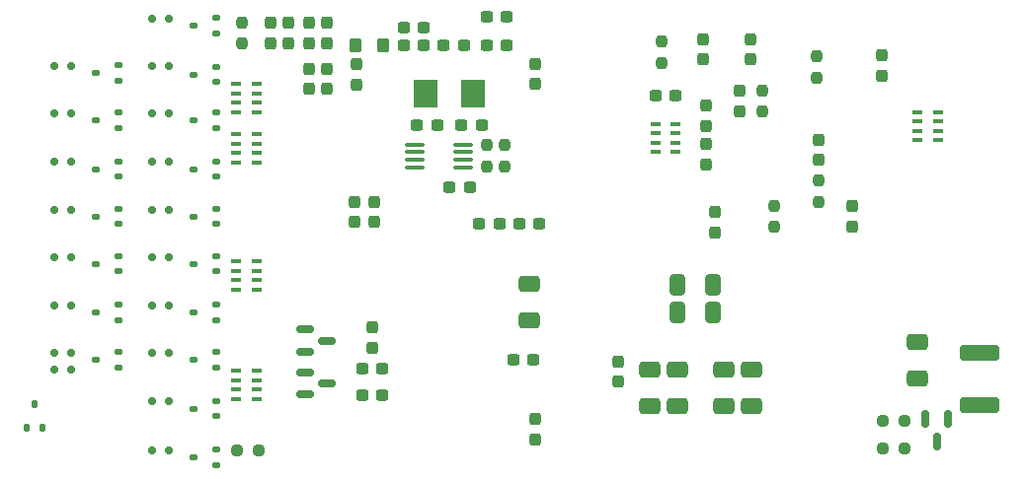
<source format=gbr>
G04 #@! TF.GenerationSoftware,KiCad,Pcbnew,8.0.1*
G04 #@! TF.CreationDate,2024-04-14T22:29:54+02:00*
G04 #@! TF.ProjectId,ETH16CDAQ1,45544831-3643-4444-9151-312e6b696361,rev?*
G04 #@! TF.SameCoordinates,Original*
G04 #@! TF.FileFunction,Paste,Bot*
G04 #@! TF.FilePolarity,Positive*
%FSLAX46Y46*%
G04 Gerber Fmt 4.6, Leading zero omitted, Abs format (unit mm)*
G04 Created by KiCad (PCBNEW 8.0.1) date 2024-04-14 22:29:54*
%MOMM*%
%LPD*%
G01*
G04 APERTURE LIST*
G04 Aperture macros list*
%AMRoundRect*
0 Rectangle with rounded corners*
0 $1 Rounding radius*
0 $2 $3 $4 $5 $6 $7 $8 $9 X,Y pos of 4 corners*
0 Add a 4 corners polygon primitive as box body*
4,1,4,$2,$3,$4,$5,$6,$7,$8,$9,$2,$3,0*
0 Add four circle primitives for the rounded corners*
1,1,$1+$1,$2,$3*
1,1,$1+$1,$4,$5*
1,1,$1+$1,$6,$7*
1,1,$1+$1,$8,$9*
0 Add four rect primitives between the rounded corners*
20,1,$1+$1,$2,$3,$4,$5,0*
20,1,$1+$1,$4,$5,$6,$7,0*
20,1,$1+$1,$6,$7,$8,$9,0*
20,1,$1+$1,$8,$9,$2,$3,0*%
G04 Aperture macros list end*
%ADD10RoundRect,0.237500X-0.300000X-0.237500X0.300000X-0.237500X0.300000X0.237500X-0.300000X0.237500X0*%
%ADD11RoundRect,0.237500X0.237500X-0.300000X0.237500X0.300000X-0.237500X0.300000X-0.237500X-0.300000X0*%
%ADD12RoundRect,0.112500X-0.237500X0.112500X-0.237500X-0.112500X0.237500X-0.112500X0.237500X0.112500X0*%
%ADD13RoundRect,0.250000X-0.650000X0.412500X-0.650000X-0.412500X0.650000X-0.412500X0.650000X0.412500X0*%
%ADD14RoundRect,0.150000X0.150000X0.200000X-0.150000X0.200000X-0.150000X-0.200000X0.150000X-0.200000X0*%
%ADD15RoundRect,0.237500X-0.237500X0.250000X-0.237500X-0.250000X0.237500X-0.250000X0.237500X0.250000X0*%
%ADD16RoundRect,0.237500X0.300000X0.237500X-0.300000X0.237500X-0.300000X-0.237500X0.300000X-0.237500X0*%
%ADD17RoundRect,0.237500X-0.237500X0.300000X-0.237500X-0.300000X0.237500X-0.300000X0.237500X0.300000X0*%
%ADD18RoundRect,0.150000X-0.587500X-0.150000X0.587500X-0.150000X0.587500X0.150000X-0.587500X0.150000X0*%
%ADD19R,2.000000X2.400000*%
%ADD20R,0.900000X0.400000*%
%ADD21RoundRect,0.237500X0.237500X-0.250000X0.237500X0.250000X-0.237500X0.250000X-0.237500X-0.250000X0*%
%ADD22RoundRect,0.150000X-0.150000X0.587500X-0.150000X-0.587500X0.150000X-0.587500X0.150000X0.587500X0*%
%ADD23RoundRect,0.250000X0.650000X-0.412500X0.650000X0.412500X-0.650000X0.412500X-0.650000X-0.412500X0*%
%ADD24RoundRect,0.237500X0.250000X0.237500X-0.250000X0.237500X-0.250000X-0.237500X0.250000X-0.237500X0*%
%ADD25RoundRect,0.100000X-0.712500X-0.100000X0.712500X-0.100000X0.712500X0.100000X-0.712500X0.100000X0*%
%ADD26RoundRect,0.250000X0.275000X0.350000X-0.275000X0.350000X-0.275000X-0.350000X0.275000X-0.350000X0*%
%ADD27RoundRect,0.250000X-0.412500X-0.650000X0.412500X-0.650000X0.412500X0.650000X-0.412500X0.650000X0*%
%ADD28RoundRect,0.250000X-1.450000X0.400000X-1.450000X-0.400000X1.450000X-0.400000X1.450000X0.400000X0*%
%ADD29RoundRect,0.112500X0.112500X0.237500X-0.112500X0.237500X-0.112500X-0.237500X0.112500X-0.237500X0*%
G04 APERTURE END LIST*
D10*
G04 #@! TO.C,C209*
X148362500Y-83312000D03*
X150087500Y-83312000D03*
G04 #@! TD*
D11*
G04 #@! TO.C,C207*
X131318000Y-85571500D03*
X131318000Y-83846500D03*
G04 #@! TD*
D12*
G04 #@! TO.C,Q407*
X116824000Y-91552000D03*
X116824000Y-92852000D03*
X114824000Y-92202000D03*
G04 #@! TD*
D13*
G04 #@! TO.C,C503*
X171069000Y-113626500D03*
X171069000Y-116751500D03*
G04 #@! TD*
D10*
G04 #@! TO.C,C208*
X151156500Y-101092000D03*
X152881500Y-101092000D03*
G04 #@! TD*
D11*
G04 #@! TO.C,C220*
X133096000Y-89508500D03*
X133096000Y-87783500D03*
G04 #@! TD*
D14*
G04 #@! TO.C,D416*
X119696000Y-116332000D03*
X121096000Y-116332000D03*
G04 #@! TD*
D10*
G04 #@! TO.C,C215*
X141250500Y-84201000D03*
X142975500Y-84201000D03*
G04 #@! TD*
D12*
G04 #@! TO.C,Q404*
X116824000Y-103871000D03*
X116824000Y-105171000D03*
X114824000Y-104521000D03*
G04 #@! TD*
G04 #@! TO.C,Q411*
X125206000Y-95743000D03*
X125206000Y-97043000D03*
X123206000Y-96393000D03*
G04 #@! TD*
G04 #@! TO.C,Q410*
X125206000Y-91552000D03*
X125206000Y-92852000D03*
X123206000Y-92202000D03*
G04 #@! TD*
D15*
G04 #@! TO.C,R304*
X171958000Y-89638500D03*
X171958000Y-91463500D03*
G04 #@! TD*
D16*
G04 #@! TO.C,C401*
X139419500Y-113538000D03*
X137694500Y-113538000D03*
G04 #@! TD*
D14*
G04 #@! TO.C,D417*
X119696000Y-83439000D03*
X121096000Y-83439000D03*
G04 #@! TD*
D16*
G04 #@! TO.C,C402*
X139419500Y-115824000D03*
X137694500Y-115824000D03*
G04 #@! TD*
D14*
G04 #@! TO.C,D412*
X119696000Y-99872800D03*
X121096000Y-99872800D03*
G04 #@! TD*
G04 #@! TO.C,D403*
X111314000Y-108102400D03*
X112714000Y-108102400D03*
G04 #@! TD*
D12*
G04 #@! TO.C,Q403*
X116824000Y-108062000D03*
X116824000Y-109362000D03*
X114824000Y-108712000D03*
G04 #@! TD*
G04 #@! TO.C,Q406*
X116824000Y-95743000D03*
X116824000Y-97043000D03*
X114824000Y-96393000D03*
G04 #@! TD*
D11*
G04 #@! TO.C,C205*
X134620000Y-85571500D03*
X134620000Y-83846500D03*
G04 #@! TD*
D17*
G04 #@! TO.C,C201*
X137033000Y-99213500D03*
X137033000Y-100938500D03*
G04 #@! TD*
D14*
G04 #@! TO.C,D418*
X119696000Y-120523000D03*
X121096000Y-120523000D03*
G04 #@! TD*
D18*
G04 #@! TO.C,RN401*
X132793500Y-112075000D03*
X132793500Y-110175000D03*
X134668500Y-111125000D03*
G04 #@! TD*
D19*
G04 #@! TO.C,Y201*
X147161000Y-89916000D03*
X143161000Y-89916000D03*
G04 #@! TD*
D11*
G04 #@! TO.C,C202*
X133096000Y-85571500D03*
X133096000Y-83846500D03*
G04 #@! TD*
D10*
G04 #@! TO.C,C511*
X150648500Y-112776000D03*
X152373500Y-112776000D03*
G04 #@! TD*
D15*
G04 #@! TO.C,R305*
X176784000Y-97385500D03*
X176784000Y-99210500D03*
G04 #@! TD*
D20*
G04 #@! TO.C,RN202*
X126912000Y-116135000D03*
X126912000Y-115335000D03*
X126912000Y-114535000D03*
X126912000Y-113735000D03*
X128612000Y-113735000D03*
X128612000Y-114535000D03*
X128612000Y-115335000D03*
X128612000Y-116135000D03*
G04 #@! TD*
D17*
G04 #@! TO.C,C206*
X152527000Y-87379000D03*
X152527000Y-89104000D03*
G04 #@! TD*
D14*
G04 #@! TO.C,D409*
X119696000Y-87528400D03*
X121096000Y-87528400D03*
G04 #@! TD*
G04 #@! TO.C,D408*
X111314000Y-87528400D03*
X112714000Y-87528400D03*
G04 #@! TD*
D12*
G04 #@! TO.C,Q402*
X116824000Y-112126000D03*
X116824000Y-113426000D03*
X114824000Y-112776000D03*
G04 #@! TD*
D20*
G04 #@! TO.C,RN203*
X126912000Y-106737000D03*
X126912000Y-105937000D03*
X126912000Y-105137000D03*
X126912000Y-104337000D03*
X128612000Y-104337000D03*
X128612000Y-105137000D03*
X128612000Y-105937000D03*
X128612000Y-106737000D03*
G04 #@! TD*
D14*
G04 #@! TO.C,D405*
X111314000Y-99872800D03*
X112714000Y-99872800D03*
G04 #@! TD*
D12*
G04 #@! TO.C,Q409*
X125206000Y-87615000D03*
X125206000Y-88915000D03*
X123206000Y-88265000D03*
G04 #@! TD*
D11*
G04 #@! TO.C,C404*
X138557000Y-111733500D03*
X138557000Y-110008500D03*
G04 #@! TD*
D17*
G04 #@! TO.C,C309*
X176784000Y-93879500D03*
X176784000Y-95604500D03*
G04 #@! TD*
D21*
G04 #@! TO.C,R407*
X127381000Y-85621500D03*
X127381000Y-83796500D03*
G04 #@! TD*
D14*
G04 #@! TO.C,D414*
X119696000Y-108102400D03*
X121096000Y-108102400D03*
G04 #@! TD*
D15*
G04 #@! TO.C,R303*
X172974000Y-99544500D03*
X172974000Y-101369500D03*
G04 #@! TD*
D22*
G04 #@! TO.C,D501*
X185994000Y-117886000D03*
X187894000Y-117886000D03*
X186944000Y-119761000D03*
G04 #@! TD*
D12*
G04 #@! TO.C,Q405*
X116824000Y-99807000D03*
X116824000Y-101107000D03*
X114824000Y-100457000D03*
G04 #@! TD*
D23*
G04 #@! TO.C,C502*
X162306000Y-116751500D03*
X162306000Y-113626500D03*
G04 #@! TD*
D16*
G04 #@! TO.C,C217*
X149452500Y-101092000D03*
X147727500Y-101092000D03*
G04 #@! TD*
D24*
G04 #@! TO.C,R501*
X184173500Y-117983000D03*
X182348500Y-117983000D03*
G04 #@! TD*
D21*
G04 #@! TO.C,R306*
X176657000Y-88542500D03*
X176657000Y-86717500D03*
G04 #@! TD*
D25*
G04 #@! TO.C,U203*
X142159500Y-96225000D03*
X142159500Y-95575000D03*
X142159500Y-94925000D03*
X142159500Y-94275000D03*
X146384500Y-94275000D03*
X146384500Y-94925000D03*
X146384500Y-95575000D03*
X146384500Y-96225000D03*
G04 #@! TD*
D20*
G04 #@! TO.C,RN303*
X185332000Y-93910000D03*
X185332000Y-93110000D03*
X185332000Y-92310000D03*
X185332000Y-91510000D03*
X187032000Y-91510000D03*
X187032000Y-92310000D03*
X187032000Y-93110000D03*
X187032000Y-93910000D03*
G04 #@! TD*
D17*
G04 #@! TO.C,C310*
X167894000Y-100102500D03*
X167894000Y-101827500D03*
G04 #@! TD*
D26*
G04 #@! TO.C,FB201*
X139453000Y-85725000D03*
X137153000Y-85725000D03*
G04 #@! TD*
D10*
G04 #@! TO.C,C213*
X146203500Y-92583000D03*
X147928500Y-92583000D03*
G04 #@! TD*
D23*
G04 #@! TO.C,C506*
X164719000Y-116751500D03*
X164719000Y-113626500D03*
G04 #@! TD*
D14*
G04 #@! TO.C,D410*
X119696000Y-91643200D03*
X121096000Y-91643200D03*
G04 #@! TD*
D10*
G04 #@! TO.C,C218*
X141250500Y-85725000D03*
X142975500Y-85725000D03*
G04 #@! TD*
D23*
G04 #@! TO.C,C501*
X185293000Y-114338500D03*
X185293000Y-111213500D03*
G04 #@! TD*
D11*
G04 #@! TO.C,C302*
X167132000Y-92683500D03*
X167132000Y-90958500D03*
G04 #@! TD*
G04 #@! TO.C,C311*
X182245000Y-88365500D03*
X182245000Y-86640500D03*
G04 #@! TD*
D14*
G04 #@! TO.C,D411*
X119696000Y-95758000D03*
X121096000Y-95758000D03*
G04 #@! TD*
D20*
G04 #@! TO.C,RN204*
X126912000Y-95815000D03*
X126912000Y-95015000D03*
X126912000Y-94215000D03*
X126912000Y-93415000D03*
X128612000Y-93415000D03*
X128612000Y-94215000D03*
X128612000Y-95015000D03*
X128612000Y-95815000D03*
G04 #@! TD*
D11*
G04 #@! TO.C,C204*
X129794000Y-85571500D03*
X129794000Y-83846500D03*
G04 #@! TD*
D16*
G04 #@! TO.C,C214*
X144118500Y-92583000D03*
X142393500Y-92583000D03*
G04 #@! TD*
D17*
G04 #@! TO.C,C508*
X159639000Y-112929500D03*
X159639000Y-114654500D03*
G04 #@! TD*
D16*
G04 #@! TO.C,C210*
X146404500Y-85725000D03*
X144679500Y-85725000D03*
G04 #@! TD*
D20*
G04 #@! TO.C,RN205*
X126912000Y-91497000D03*
X126912000Y-90697000D03*
X126912000Y-89897000D03*
X126912000Y-89097000D03*
X128612000Y-89097000D03*
X128612000Y-89897000D03*
X128612000Y-90697000D03*
X128612000Y-91497000D03*
G04 #@! TD*
D24*
G04 #@! TO.C,R408*
X128801500Y-120523000D03*
X126976500Y-120523000D03*
G04 #@! TD*
D14*
G04 #@! TO.C,D413*
X119696000Y-103987600D03*
X121096000Y-103987600D03*
G04 #@! TD*
D21*
G04 #@! TO.C,R203*
X148336000Y-96162500D03*
X148336000Y-94337500D03*
G04 #@! TD*
D14*
G04 #@! TO.C,D415*
X119696000Y-112217200D03*
X121096000Y-112217200D03*
G04 #@! TD*
D27*
G04 #@! TO.C,C504*
X164680500Y-108712000D03*
X167805500Y-108712000D03*
G04 #@! TD*
D13*
G04 #@! TO.C,C509*
X152019000Y-106260500D03*
X152019000Y-109385500D03*
G04 #@! TD*
D11*
G04 #@! TO.C,C510*
X152527000Y-119607500D03*
X152527000Y-117882500D03*
G04 #@! TD*
D12*
G04 #@! TO.C,Q412*
X125206000Y-99807000D03*
X125206000Y-101107000D03*
X123206000Y-100457000D03*
G04 #@! TD*
D17*
G04 #@! TO.C,C305*
X167132000Y-94260500D03*
X167132000Y-95985500D03*
G04 #@! TD*
D14*
G04 #@! TO.C,D406*
X111314000Y-95758000D03*
X112714000Y-95758000D03*
G04 #@! TD*
D11*
G04 #@! TO.C,C221*
X134620000Y-89508500D03*
X134620000Y-87783500D03*
G04 #@! TD*
D12*
G04 #@! TO.C,Q413*
X125206000Y-103871000D03*
X125206000Y-105171000D03*
X123206000Y-104521000D03*
G04 #@! TD*
D14*
G04 #@! TO.C,D402*
X111314000Y-112166400D03*
X112714000Y-112166400D03*
G04 #@! TD*
G04 #@! TO.C,D407*
X111314000Y-91643200D03*
X112714000Y-91643200D03*
G04 #@! TD*
D13*
G04 #@! TO.C,C507*
X168656000Y-113626500D03*
X168656000Y-116751500D03*
G04 #@! TD*
D12*
G04 #@! TO.C,Q415*
X125206000Y-112126000D03*
X125206000Y-113426000D03*
X123206000Y-112776000D03*
G04 #@! TD*
D20*
G04 #@! TO.C,RN302*
X164553000Y-92526000D03*
X164553000Y-93326000D03*
X164553000Y-94126000D03*
X164553000Y-94926000D03*
X162853000Y-94926000D03*
X162853000Y-94126000D03*
X162853000Y-93326000D03*
X162853000Y-92526000D03*
G04 #@! TD*
D12*
G04 #@! TO.C,Q414*
X125206000Y-108062000D03*
X125206000Y-109362000D03*
X123206000Y-108712000D03*
G04 #@! TD*
D28*
G04 #@! TO.C,F501*
X190627000Y-112202000D03*
X190627000Y-116652000D03*
G04 #@! TD*
D12*
G04 #@! TO.C,Q408*
X116824000Y-87488000D03*
X116824000Y-88788000D03*
X114824000Y-88138000D03*
G04 #@! TD*
D14*
G04 #@! TO.C,D401*
X111314000Y-113588800D03*
X112714000Y-113588800D03*
G04 #@! TD*
D12*
G04 #@! TO.C,Q416*
X125206000Y-116317000D03*
X125206000Y-117617000D03*
X123206000Y-116967000D03*
G04 #@! TD*
D10*
G04 #@! TO.C,C211*
X148362500Y-85725000D03*
X150087500Y-85725000D03*
G04 #@! TD*
D21*
G04 #@! TO.C,R204*
X149860000Y-96162500D03*
X149860000Y-94337500D03*
G04 #@! TD*
D12*
G04 #@! TO.C,Q417*
X125206000Y-83424000D03*
X125206000Y-84724000D03*
X123206000Y-84074000D03*
G04 #@! TD*
D17*
G04 #@! TO.C,C216*
X138684000Y-99213500D03*
X138684000Y-100938500D03*
G04 #@! TD*
D24*
G04 #@! TO.C,R502*
X184173500Y-120396000D03*
X182348500Y-120396000D03*
G04 #@! TD*
D16*
G04 #@! TO.C,C303*
X164565500Y-90043000D03*
X162840500Y-90043000D03*
G04 #@! TD*
D14*
G04 #@! TO.C,D404*
X111314000Y-103987600D03*
X112714000Y-103987600D03*
G04 #@! TD*
D11*
G04 #@! TO.C,C304*
X170942000Y-86968500D03*
X170942000Y-85243500D03*
G04 #@! TD*
D16*
G04 #@! TO.C,C219*
X146912500Y-97917000D03*
X145187500Y-97917000D03*
G04 #@! TD*
D17*
G04 #@! TO.C,C203*
X137160000Y-87402500D03*
X137160000Y-89127500D03*
G04 #@! TD*
D11*
G04 #@! TO.C,C308*
X170076000Y-91413500D03*
X170076000Y-89688500D03*
G04 #@! TD*
D12*
G04 #@! TO.C,Q418*
X125206000Y-120508000D03*
X125206000Y-121808000D03*
X123206000Y-121158000D03*
G04 #@! TD*
D15*
G04 #@! TO.C,R201*
X163322000Y-85447500D03*
X163322000Y-87272500D03*
G04 #@! TD*
D18*
G04 #@! TO.C,RN402*
X132793500Y-115758000D03*
X132793500Y-113858000D03*
X134668500Y-114808000D03*
G04 #@! TD*
D11*
G04 #@! TO.C,C301*
X166878000Y-86968500D03*
X166878000Y-85243500D03*
G04 #@! TD*
D27*
G04 #@! TO.C,C505*
X164680500Y-106299000D03*
X167805500Y-106299000D03*
G04 #@! TD*
D29*
G04 #@! TO.C,Q401*
X110251000Y-118602000D03*
X108951000Y-118602000D03*
X109601000Y-116602000D03*
G04 #@! TD*
D17*
G04 #@! TO.C,C312*
X179705000Y-99594500D03*
X179705000Y-101319500D03*
G04 #@! TD*
M02*

</source>
